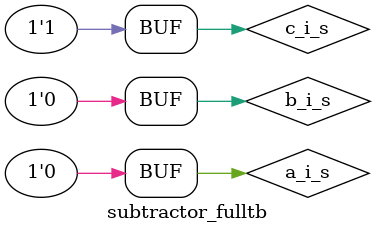
<source format=sv>
`timescale 1 ns/ 1 ps

module subtractor_fulltb ();

	logic a_i_s;
	logic b_i_s;
	logic c_i_s;
	logic borrow_o_s;
	logic diff_o_s;

//DUT
	subtractor DUT (
		.a_i(a_i_s),
		.b_i(b_i_s),
		.c_i(c_i_s),
		.borrow_o(borrow_o_s),
		.diff_o(diff_o_s)	
	);

//stimuli generation
	initial 
		begin
			a_i_s = 0;
			b_i_s = 0;
			c_i_s = 0;
			#5 a_i_s = 1;
			#5 b_i_s = 1;
			#5 a_i_s = 0;
			#5 c_i_s = 1;
			#5 a_i_s = 1;
			#5 b_i_s = 0;
			#5 a_i_s = 0;
		end

endmodule : subtractor_fulltb

</source>
